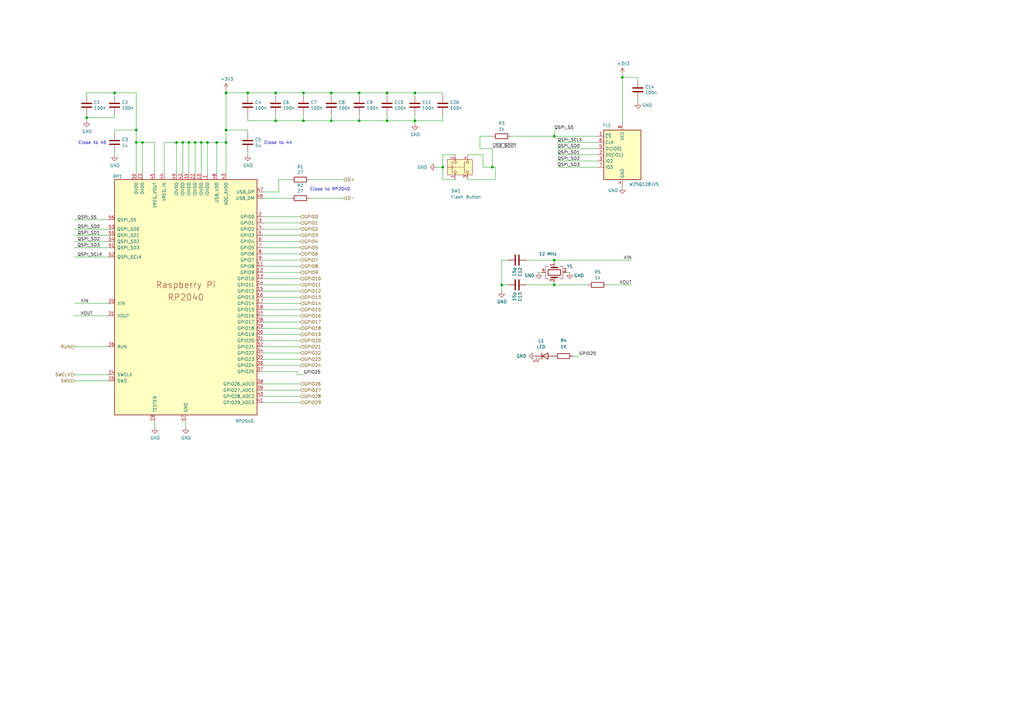
<source format=kicad_sch>
(kicad_sch (version 20231120) (generator "eeschema") (generator_version "8.0")
  (paper "A3")
  (title_block (title "CORE") (date "2024-12-17") (rev "1.0") (company "Mikhail Matveev") (comment 1 "https://github.com/xtremespb/core"))
  (lib_symbols
    (symbol "Device:C" (pin_numbers hide) (pin_names (offset 0.254))
      (property "Reference" "C" (at 0.635 2.54 0))
      (property "Value" "C" (at 0.635 -2.54 0))
      (symbol "C_0_1"
        (polyline (pts (xy -2.032 -0.762) (xy 2.032 -0.762)) (stroke (width 0.508)))
        (polyline (pts (xy -2.032 0.762) (xy 2.032 0.762)) (stroke (width 0.508)))
      )
      (symbol "C_1_1"
        (pin passive line (at 0 3.81 270) (length 2.794) (name "~") (number "1"))
        (pin passive line (at 0 -3.81 90) (length 2.794) (name "~") (number "2"))
      )
    )
    (symbol "Device:Crystal_GND24" (pin_names (offset 1.016) hide)
      (property "Reference" "Y" (at 3.175 5.08 0))
      (property "Value" "Crystal_GND24" (at 3.175 3.175 0))
      (symbol "Crystal_GND24_0_1"
        (rectangle (start -1.143 2.54) (end 1.143 -2.54) (stroke (width 0.3048)))
        (polyline (pts (xy -2.54 0) (xy -2.032 0)))
        (polyline (pts (xy -2.032 -1.27) (xy -2.032 1.27)) (stroke (width 0.508)))
        (polyline (pts (xy 0 -3.81) (xy 0 -3.556)))
        (polyline (pts (xy 0 3.556) (xy 0 3.81)))
        (polyline (pts (xy 2.032 -1.27) (xy 2.032 1.27)) (stroke (width 0.508)))
        (polyline (pts (xy 2.032 0) (xy 2.54 0)))
        (polyline (pts (xy -2.54 -2.286) (xy -2.54 -3.556) (xy 2.54 -3.556) (xy 2.54 -2.286)))
        (polyline (pts (xy -2.54 2.286) (xy -2.54 3.556) (xy 2.54 3.556) (xy 2.54 2.286)))
      )
      (symbol "Crystal_GND24_1_1"
        (pin passive line (at -3.81 0 0) (length 1.27) (name "1") (number "1"))
        (pin passive line (at 0 5.08 270) (length 1.27) (name "2") (number "2"))
        (pin passive line (at 3.81 0 180) (length 1.27) (name "3") (number "3"))
        (pin passive line (at 0 -5.08 90) (length 1.27) (name "4") (number "4"))
      )
    )
    (symbol "Device:LED" (pin_numbers hide) (pin_names (offset 1.016) hide)
      (property "Reference" "D" (at 0 2.54 0))
      (property "Value" "LED" (at 0 -2.54 0))
      (symbol "LED_0_1"
        (polyline (pts (xy -1.27 -1.27) (xy -1.27 1.27)) (stroke (width 0.254)))
        (polyline (pts (xy -1.27 0) (xy 1.27 0)))
        (polyline (pts (xy 1.27 -1.27) (xy 1.27 1.27) (xy -1.27 0) (xy 1.27 -1.27)) (stroke (width 0.254)))
        (polyline (pts (xy -3.048 -0.762) (xy -4.572 -2.286) (xy -3.81 -2.286) (xy -4.572 -2.286) (xy -4.572 -1.524)))
        (polyline (pts (xy -1.778 -0.762) (xy -3.302 -2.286) (xy -2.54 -2.286) (xy -3.302 -2.286) (xy -3.302 -1.524)))
      )
      (symbol "LED_1_1"
        (pin passive line (at -3.81 0 0) (length 2.54) (name "K") (number "1"))
        (pin passive line (at 3.81 0 180) (length 2.54) (name "A") (number "2"))
      )
    )
    (symbol "Device:R" (pin_numbers hide) (pin_names (offset 0))
      (property "Reference" "R" (at 2.032 0 90))
      (property "Value" "R" (at 0 0 90))
      (symbol "R_0_1"
        (rectangle (start -1.016 -2.54) (end 1.016 2.54) (stroke (width 0.254)))
      )
      (symbol "R_1_1"
        (pin passive line (at 0 3.81 270) (length 1.27) (name "~") (number "1"))
        (pin passive line (at 0 -3.81 90) (length 1.27) (name "~") (number "2"))
      )
    )
    (symbol "GND_1" (power) (pin_numbers hide) (pin_names (offset 0) hide)
      (property "Value" "GND" (at 0 -3.81 0))
      (symbol "GND_1_0_1"
        (polyline (pts (xy 0 0) (xy 0 -1.27) (xy 1.27 -1.27) (xy 0 -2.54) (xy -1.27 -1.27) (xy 0 -1.27)))
      )
      (symbol "GND_1_1_1"
        (pin power_in line (at 0 0 270) (length 0) (name "~") (number "1"))
      )
    )
    (symbol "GND_2" (power) (pin_numbers hide) (pin_names (offset 0) hide)
      (property "Value" "GND" (at 0 -3.81 0))
      (symbol "GND_2_0_1"
        (polyline (pts (xy 0 0) (xy 0 -1.27) (xy 1.27 -1.27) (xy 0 -2.54) (xy -1.27 -1.27) (xy 0 -1.27)))
      )
      (symbol "GND_2_1_1"
        (pin power_in line (at 0 0 270) (length 0) (name "~") (number "1"))
      )
    )
    (symbol "MCU_RaspberryPi_RP2040:RP2040" (pin_names (offset 1.016))
      (property "Reference" "U" (at -29.21 49.53 0))
      (property "Value" "RP2040" (at 24.13 -49.53 0))
      (symbol "RP2040_0_0"
        (text "Raspberry Pi" (at 0 5.08 0) (effects (font (size 2.54 2.54))))
        (text "RP2040" (at 0 0 0) (effects (font (size 2.54 2.54))))
      )
      (symbol "RP2040_0_1"
        (rectangle (start 29.21 48.26) (end -29.21 -48.26) (stroke (width 0.254)) (fill (type background)))
      )
      (symbol "RP2040_1_1"
        (pin power_in line (at 8.89 50.8 270) (length 2.54) (name "IOVDD") (number "1"))
        (pin power_in line (at 6.35 50.8 270) (length 2.54) (name "IOVDD") (number "10"))
        (pin bidirectional line (at 31.75 12.7 180) (length 2.54) (name "GPIO8") (number "11"))
        (pin bidirectional line (at 31.75 10.16 180) (length 2.54) (name "GPIO9") (number "12"))
        (pin bidirectional line (at 31.75 7.62 180) (length 2.54) (name "GPIO10") (number "13"))
        (pin bidirectional line (at 31.75 5.08 180) (length 2.54) (name "GPIO11") (number "14"))
        (pin bidirectional line (at 31.75 2.54 180) (length 2.54) (name "GPIO12") (number "15"))
        (pin bidirectional line (at 31.75 0 180) (length 2.54) (name "GPIO13") (number "16"))
        (pin bidirectional line (at 31.75 -2.54 180) (length 2.54) (name "GPIO14") (number "17"))
        (pin bidirectional line (at 31.75 -5.08 180) (length 2.54) (name "GPIO15") (number "18"))
        (pin passive line (at -12.7 -50.8 90) (length 2.54) (name "TESTEN") (number "19"))
        (pin bidirectional line (at 31.75 33.02 180) (length 2.54) (name "GPIO0") (number "2"))
        (pin input line (at -31.75 -2.54 0) (length 2.54) (name "XIN") (number "20"))
        (pin passive line (at -31.75 -7.62 0) (length 2.54) (name "XOUT") (number "21"))
        (pin power_in line (at 3.81 50.8 270) (length 2.54) (name "IOVDD") (number "22"))
        (pin power_in line (at -17.78 50.8 270) (length 2.54) (name "DVDD") (number "23"))
        (pin output line (at -31.75 -31.75 0) (length 2.54) (name "SWCLK") (number "24"))
        (pin bidirectional line (at -31.75 -34.29 0) (length 2.54) (name "SWD") (number "25"))
        (pin input line (at -31.75 -20.32 0) (length 2.54) (name "RUN") (number "26"))
        (pin bidirectional line (at 31.75 -7.62 180) (length 2.54) (name "GPIO16") (number "27"))
        (pin bidirectional line (at 31.75 -10.16 180) (length 2.54) (name "GPIO17") (number "28"))
        (pin bidirectional line (at 31.75 -12.7 180) (length 2.54) (name "GPIO18") (number "29"))
        (pin bidirectional line (at 31.75 30.48 180) (length 2.54) (name "GPIO1") (number "3"))
        (pin bidirectional line (at 31.75 -15.24 180) (length 2.54) (name "GPIO19") (number "30"))
        (pin bidirectional line (at 31.75 -17.78 180) (length 2.54) (name "GPIO20") (number "31"))
        (pin bidirectional line (at 31.75 -20.32 180) (length 2.54) (name "GPIO21") (number "32"))
        (pin power_in line (at 1.27 50.8 270) (length 2.54) (name "IOVDD") (number "33"))
        (pin bidirectional line (at 31.75 -22.86 180) (length 2.54) (name "GPIO22") (number "34"))
        (pin bidirectional line (at 31.75 -25.4 180) (length 2.54) (name "GPIO23") (number "35"))
        (pin bidirectional line (at 31.75 -27.94 180) (length 2.54) (name "GPIO24") (number "36"))
        (pin bidirectional line (at 31.75 -30.48 180) (length 2.54) (name "GPIO25") (number "37"))
        (pin bidirectional line (at 31.75 -35.56 180) (length 2.54) (name "GPIO26_ADC0") (number "38"))
        (pin bidirectional line (at 31.75 -38.1 180) (length 2.54) (name "GPIO27_ADC1") (number "39"))
        (pin bidirectional line (at 31.75 27.94 180) (length 2.54) (name "GPIO2") (number "4"))
        (pin bidirectional line (at 31.75 -40.64 180) (length 2.54) (name "GPIO28_ADC2") (number "40"))
        (pin bidirectional line (at 31.75 -43.18 180) (length 2.54) (name "GPIO29_ADC3") (number "41"))
        (pin power_in line (at -1.27 50.8 270) (length 2.54) (name "IOVDD") (number "42"))
        (pin power_in line (at 16.51 50.8 270) (length 2.54) (name "ADC_AVDD") (number "43"))
        (pin power_in line (at -8.89 50.8 270) (length 2.54) (name "VREG_IN") (number "44"))
        (pin power_out line (at -12.7 50.8 270) (length 2.54) (name "VREG_VOUT") (number "45"))
        (pin bidirectional line (at 31.75 40.64 180) (length 2.54) (name "USB_DM") (number "46"))
        (pin bidirectional line (at 31.75 43.18 180) (length 2.54) (name "USB_DP") (number "47"))
        (pin power_in line (at 12.7 50.8 270) (length 2.54) (name "USB_VDD") (number "48"))
        (pin power_in line (at -3.81 50.8 270) (length 2.54) (name "IOVDD") (number "49"))
        (pin bidirectional line (at 31.75 25.4 180) (length 2.54) (name "GPIO3") (number "5"))
        (pin power_in line (at -20.32 50.8 270) (length 2.54) (name "DVDD") (number "50"))
        (pin bidirectional line (at -31.75 20.32 0) (length 2.54) (name "QSPI_SD3") (number "51"))
        (pin output line (at -31.75 16.51 0) (length 2.54) (name "QSPI_SCLK") (number "52"))
        (pin bidirectional line (at -31.75 27.94 0) (length 2.54) (name "QSPI_SD0") (number "53"))
        (pin bidirectional line (at -31.75 22.86 0) (length 2.54) (name "QSPI_SD2") (number "54"))
        (pin bidirectional line (at -31.75 25.4 0) (length 2.54) (name "QSPI_SD1") (number "55"))
        (pin bidirectional line (at -31.75 31.75 0) (length 2.54) (name "QSPI_SS") (number "56"))
        (pin power_in line (at 0 -50.8 90) (length 2.54) (name "GND") (number "57"))
        (pin bidirectional line (at 31.75 22.86 180) (length 2.54) (name "GPIO4") (number "6"))
        (pin bidirectional line (at 31.75 20.32 180) (length 2.54) (name "GPIO5") (number "7"))
        (pin bidirectional line (at 31.75 17.78 180) (length 2.54) (name "GPIO6") (number "8"))
        (pin bidirectional line (at 31.75 15.24 180) (length 2.54) (name "GPIO7") (number "9"))
      )
    )
    (symbol "Memory_Flash:W25Q128JVS"
      (property "Reference" "U" (at -8.89 8.89 0))
      (property "Value" "W25Q128JVS" (at 7.62 8.89 0))
      (symbol "W25Q128JVS_0_1"
        (rectangle (start -7.62 10.16) (end 7.62 -10.16) (stroke (width 0.254)) (fill (type background)))
      )
      (symbol "W25Q128JVS_1_1"
        (pin input line (at -10.16 7.62 0) (length 2.54) (name "~{CS}") (number "1"))
        (pin bidirectional line (at -10.16 0 0) (length 2.54) (name "DO(IO1)") (number "2"))
        (pin bidirectional line (at -10.16 -2.54 0) (length 2.54) (name "IO2") (number "3"))
        (pin power_in line (at 0 -12.7 90) (length 2.54) (name "GND") (number "4"))
        (pin bidirectional line (at -10.16 2.54 0) (length 2.54) (name "DI(IO0)") (number "5"))
        (pin input line (at -10.16 5.08 0) (length 2.54) (name "CLK") (number "6"))
        (pin bidirectional line (at -10.16 -5.08 0) (length 2.54) (name "IO3") (number "7"))
        (pin power_in line (at 0 12.7 270) (length 2.54) (name "VCC") (number "8"))
      )
    )
    (symbol "Switch:SW_Push_Dual" (pin_names (offset 1.016) hide)
      (property "Reference" "SW" (at 0 7.62 0))
      (property "Value" "SW_Push_Dual" (at 0 -6.35 0))
      (symbol "SW_Push_Dual_0_1"
        (circle (center -2.032 -2.54) (radius 0.508))
        (circle (center -2.032 2.54) (radius 0.508))
        (polyline (pts (xy 0 -0.508) (xy 0 -1.016)))
        (polyline (pts (xy 0 0.508) (xy 0 0)))
        (polyline (pts (xy 0 1.016) (xy 0 1.524)))
        (polyline (pts (xy 0 2.032) (xy 0 2.54)))
        (polyline (pts (xy 0 3.048) (xy 0 3.556)))
        (polyline (pts (xy 0 3.81) (xy 0 5.588)))
        (polyline (pts (xy 2.54 -1.27) (xy -2.54 -1.27)))
        (polyline (pts (xy 2.54 3.81) (xy -2.54 3.81)))
        (circle (center 2.032 -2.54) (radius 0.508))
        (circle (center 2.032 2.54) (radius 0.508))
        (pin passive line (at -5.08 2.54 0) (length 2.54) (name "1") (number "1"))
        (pin passive line (at 5.08 2.54 180) (length 2.54) (name "2") (number "2"))
        (pin passive line (at -5.08 -2.54 0) (length 2.54) (name "3") (number "3"))
        (pin passive line (at 5.08 -2.54 180) (length 2.54) (name "4") (number "4"))
      )
      (symbol "SW_Push_Dual_1_1"
        (rectangle (start -3.175 5.715) (end 3.175 -4.445) (fill (type background)))
      )
    )
    (symbol "power:+3V3" (power) (pin_names (offset 0))
      (property "Value" "+3V3" (at 0 3.556 0))
      (symbol "+3V3_0_1"
        (polyline (pts (xy -0.762 1.27) (xy 0 2.54)))
        (polyline (pts (xy 0 0) (xy 0 2.54)))
        (polyline (pts (xy 0 2.54) (xy 0.762 1.27)))
      )
      (symbol "+3V3_1_1"
        (pin power_in line (at 0 0 90) (length 0) hide (name "+3V3") (number "1"))
      )
    )
    (symbol "power:GND" (power) (pin_names (offset 0))
      (property "Value" "GND" (at 0 -3.81 0))
      (symbol "GND_0_1"
        (polyline (pts (xy 0 0) (xy 0 -1.27) (xy 1.27 -1.27) (xy 0 -2.54) (xy -1.27 -1.27) (xy 0 -1.27)))
      )
      (symbol "GND_1_1"
        (pin power_in line (at 0 0 270) (length 0) hide (name "GND") (number "1"))
      )
    )
  )
  (junction (at 58.42 58.42))
  (junction (at 205.74 116.84))
  (junction (at 113.03 49.53))
  (junction (at 88.9 58.42))
  (junction (at 101.6 38.1))
  (junction (at 158.75 49.53))
  (junction (at 72.39 58.42))
  (junction (at 170.18 38.1))
  (junction (at 82.55 58.42))
  (junction (at 92.71 53.34))
  (junction (at 170.18 49.53))
  (junction (at 35.56 48.26))
  (junction (at 147.32 49.53))
  (junction (at 80.01 58.42))
  (junction (at 135.89 38.1))
  (junction (at 55.88 53.34))
  (junction (at 113.03 38.1))
  (junction (at 46.99 38.1))
  (junction (at 227.33 55.88))
  (junction (at 135.89 49.53))
  (junction (at 92.71 38.1))
  (junction (at 85.09 58.42))
  (junction (at 74.93 58.42))
  (junction (at 227.33 116.84))
  (junction (at 158.75 38.1))
  (junction (at 124.46 38.1))
  (junction (at 92.71 58.42))
  (junction (at 55.88 58.42))
  (junction (at 77.47 58.42))
  (junction (at 255.27 31.75))
  (junction (at 201.93 68.58))
  (junction (at 227.33 106.68))
  (junction (at 124.46 49.53))
  (junction (at 147.32 38.1))
  (junction (at 181.61 68.58))
  (wire (pts (xy 58.42 58.42) (xy 55.88 58.42)))
  (wire (pts (xy 245.11 60.96) (xy 228.6 60.96)))
  (wire (pts (xy 127 73.66) (xy 140.97 73.66)))
  (wire (pts (xy 107.95 104.14) (xy 123.19 104.14)))
  (wire (pts (xy 181.61 63.5) (xy 181.61 68.58)))
  (wire (pts (xy 121.92 152.4) (xy 107.95 152.4)))
  (wire (pts (xy 46.99 48.26) (xy 46.99 46.99)))
  (wire (pts (xy 170.18 46.99) (xy 170.18 49.53)))
  (wire (pts (xy 196.85 60.96) (xy 196.85 55.88)))
  (wire (pts (xy 255.27 31.75) (xy 255.27 50.8)))
  (wire (pts (xy 114.3 73.66) (xy 114.3 78.74)))
  (wire (pts (xy 82.55 58.42) (xy 85.09 58.42)))
  (wire (pts (xy 158.75 39.37) (xy 158.75 38.1)))
  (wire (pts (xy 92.71 38.1) (xy 101.6 38.1)))
  (wire (pts (xy 101.6 46.99) (xy 101.6 49.53)))
  (wire (pts (xy 101.6 39.37) (xy 101.6 38.1)))
  (wire (pts (xy 67.31 58.42) (xy 72.39 58.42)))
  (wire (pts (xy 205.74 106.68) (xy 205.74 116.84)))
  (wire (pts (xy 261.62 40.64) (xy 261.62 41.91)))
  (wire (pts (xy 181.61 39.37) (xy 181.61 38.1)))
  (wire (pts (xy 107.95 142.24) (xy 123.19 142.24)))
  (wire (pts (xy 107.95 160.02) (xy 123.19 160.02)))
  (wire (pts (xy 113.03 39.37) (xy 113.03 38.1)))
  (wire (pts (xy 261.62 33.02) (xy 261.62 31.75)))
  (wire (pts (xy 101.6 62.23) (xy 101.6 63.5)))
  (wire (pts (xy 80.01 58.42) (xy 82.55 58.42)))
  (wire (pts (xy 215.9 106.68) (xy 227.33 106.68)))
  (wire (pts (xy 92.71 58.42) (xy 92.71 71.12)))
  (wire (pts (xy 63.5 71.12) (xy 63.5 58.42)))
  (wire (pts (xy 30.48 99.06) (xy 44.45 99.06)))
  (wire (pts (xy 107.95 165.1) (xy 123.19 165.1)))
  (wire (pts (xy 201.93 68.58) (xy 201.93 60.96)))
  (wire (pts (xy 113.03 46.99) (xy 113.03 49.53)))
  (wire (pts (xy 46.99 39.37) (xy 46.99 38.1)))
  (wire (pts (xy 227.33 55.88) (xy 245.11 55.88)))
  (wire (pts (xy 107.95 127) (xy 123.19 127)))
  (wire (pts (xy 196.85 55.88) (xy 201.93 55.88)))
  (wire (pts (xy 30.48 124.46) (xy 44.45 124.46)))
  (wire (pts (xy 107.95 96.52) (xy 123.19 96.52)))
  (wire (pts (xy 181.61 46.99) (xy 181.61 49.53)))
  (wire (pts (xy 201.93 68.58) (xy 203.2 68.58)))
  (wire (pts (xy 208.28 106.68) (xy 205.74 106.68)))
  (wire (pts (xy 46.99 62.23) (xy 46.99 63.5)))
  (wire (pts (xy 107.95 101.6) (xy 123.19 101.6)))
  (wire (pts (xy 46.99 54.61) (xy 46.99 53.34)))
  (wire (pts (xy 92.71 53.34) (xy 92.71 58.42)))
  (wire (pts (xy 92.71 38.1) (xy 92.71 53.34)))
  (wire (pts (xy 127 81.28) (xy 140.97 81.28)))
  (wire (pts (xy 101.6 54.61) (xy 101.6 53.34)))
  (wire (pts (xy 88.9 71.12) (xy 88.9 58.42)))
  (wire (pts (xy 158.75 46.99) (xy 158.75 49.53)))
  (wire (pts (xy 55.88 53.34) (xy 55.88 58.42)))
  (wire (pts (xy 44.45 129.54) (xy 30.48 129.54)))
  (wire (pts (xy 191.77 63.5) (xy 198.12 63.5)))
  (wire (pts (xy 44.45 153.67) (xy 30.48 153.67)))
  (wire (pts (xy 107.95 124.46) (xy 123.19 124.46)))
  (wire (pts (xy 215.9 116.84) (xy 227.33 116.84)))
  (wire (pts (xy 107.95 139.7) (xy 123.19 139.7)))
  (wire (pts (xy 147.32 49.53) (xy 135.89 49.53)))
  (wire (pts (xy 72.39 58.42) (xy 74.93 58.42)))
  (wire (pts (xy 245.11 68.58) (xy 228.6 68.58)))
  (wire (pts (xy 101.6 38.1) (xy 113.03 38.1)))
  (wire (pts (xy 220.98 111.76) (xy 222.25 111.76)))
  (wire (pts (xy 228.6 58.42) (xy 245.11 58.42)))
  (wire (pts (xy 107.95 162.56) (xy 123.19 162.56)))
  (wire (pts (xy 181.61 63.5) (xy 186.69 63.5)))
  (wire (pts (xy 67.31 71.12) (xy 67.31 58.42)))
  (wire (pts (xy 88.9 58.42) (xy 92.71 58.42)))
  (wire (pts (xy 46.99 53.34) (xy 55.88 53.34)))
  (wire (pts (xy 209.55 55.88) (xy 227.33 55.88)))
  (wire (pts (xy 35.56 46.99) (xy 35.56 48.26)))
  (wire (pts (xy 135.89 38.1) (xy 147.32 38.1)))
  (wire (pts (xy 107.95 99.06) (xy 123.19 99.06)))
  (wire (pts (xy 107.95 114.3) (xy 123.19 114.3)))
  (wire (pts (xy 147.32 38.1) (xy 158.75 38.1)))
  (wire (pts (xy 227.33 115.57) (xy 227.33 116.84)))
  (wire (pts (xy 55.88 38.1) (xy 55.88 53.34)))
  (wire (pts (xy 245.11 63.5) (xy 228.6 63.5)))
  (wire (pts (xy 170.18 38.1) (xy 181.61 38.1)))
  (wire (pts (xy 208.28 116.84) (xy 205.74 116.84)))
  (wire (pts (xy 191.77 73.66) (xy 203.2 73.66)))
  (wire (pts (xy 227.33 107.95) (xy 227.33 106.68)))
  (wire (pts (xy 114.3 73.66) (xy 119.38 73.66)))
  (wire (pts (xy 30.48 101.6) (xy 44.45 101.6)))
  (wire (pts (xy 107.95 147.32) (xy 123.19 147.32)))
  (wire (pts (xy 203.2 68.58) (xy 203.2 73.66)))
  (wire (pts (xy 107.95 129.54) (xy 123.19 129.54)))
  (wire (pts (xy 80.01 71.12) (xy 80.01 58.42)))
  (wire (pts (xy 147.32 46.99) (xy 147.32 49.53)))
  (wire (pts (xy 72.39 71.12) (xy 72.39 58.42)))
  (wire (pts (xy 30.48 93.98) (xy 44.45 93.98)))
  (wire (pts (xy 198.12 68.58) (xy 198.12 63.5)))
  (wire (pts (xy 107.95 106.68) (xy 123.19 106.68)))
  (wire (pts (xy 255.27 76.835) (xy 255.27 76.2)))
  (wire (pts (xy 227.33 106.68) (xy 259.08 106.68)))
  (wire (pts (xy 181.61 73.66) (xy 186.69 73.66)))
  (wire (pts (xy 158.75 38.1) (xy 170.18 38.1)))
  (wire (pts (xy 113.03 38.1) (xy 124.46 38.1)))
  (wire (pts (xy 63.5 172.72) (xy 63.5 175.26)))
  (wire (pts (xy 107.95 132.08) (xy 123.19 132.08)))
  (wire (pts (xy 234.95 146.05) (xy 237.49 146.05)))
  (wire (pts (xy 248.92 116.84) (xy 259.08 116.84)))
  (wire (pts (xy 107.95 116.84) (xy 123.19 116.84)))
  (wire (pts (xy 107.95 78.74) (xy 114.3 78.74)))
  (wire (pts (xy 124.46 46.99) (xy 124.46 49.53)))
  (wire (pts (xy 255.27 30.48) (xy 255.27 31.75)))
  (wire (pts (xy 147.32 39.37) (xy 147.32 38.1)))
  (wire (pts (xy 227.33 116.84) (xy 241.3 116.84)))
  (wire (pts (xy 107.95 81.28) (xy 119.38 81.28)))
  (wire (pts (xy 35.56 48.26) (xy 46.99 48.26)))
  (wire (pts (xy 124.46 39.37) (xy 124.46 38.1)))
  (wire (pts (xy 107.95 91.44) (xy 123.19 91.44)))
  (wire (pts (xy 158.75 49.53) (xy 147.32 49.53)))
  (wire (pts (xy 92.71 53.34) (xy 101.6 53.34)))
  (wire (pts (xy 205.74 116.84) (xy 205.74 119.38)))
  (wire (pts (xy 170.18 49.53) (xy 181.61 49.53)))
  (wire (pts (xy 55.88 58.42) (xy 55.88 71.12)))
  (wire (pts (xy 201.93 60.96) (xy 196.85 60.96)))
  (wire (pts (xy 44.45 142.24) (xy 30.48 142.24)))
  (wire (pts (xy 44.45 156.21) (xy 30.48 156.21)))
  (wire (pts (xy 170.18 39.37) (xy 170.18 38.1)))
  (wire (pts (xy 85.09 58.42) (xy 88.9 58.42)))
  (wire (pts (xy 121.92 153.67) (xy 124.46 153.67)))
  (wire (pts (xy 107.95 119.38) (xy 123.19 119.38)))
  (wire (pts (xy 135.89 46.99) (xy 135.89 49.53)))
  (wire (pts (xy 113.03 49.53) (xy 101.6 49.53)))
  (wire (pts (xy 63.5 58.42) (xy 58.42 58.42)))
  (wire (pts (xy 135.89 39.37) (xy 135.89 38.1)))
  (wire (pts (xy 245.11 66.04) (xy 228.6 66.04)))
  (wire (pts (xy 124.46 38.1) (xy 135.89 38.1)))
  (wire (pts (xy 107.95 93.98) (xy 123.19 93.98)))
  (wire (pts (xy 198.12 68.58) (xy 201.93 68.58)))
  (wire (pts (xy 135.89 49.53) (xy 124.46 49.53)))
  (wire (pts (xy 92.71 36.83) (xy 92.71 38.1)))
  (wire (pts (xy 121.92 153.67) (xy 121.92 152.4)))
  (wire (pts (xy 232.41 111.76) (xy 233.68 111.76)))
  (wire (pts (xy 107.95 121.92) (xy 123.19 121.92)))
  (wire (pts (xy 227.33 53.34) (xy 227.33 55.88)))
  (wire (pts (xy 124.46 49.53) (xy 113.03 49.53)))
  (wire (pts (xy 77.47 58.42) (xy 80.01 58.42)))
  (wire (pts (xy 46.99 38.1) (xy 55.88 38.1)))
  (wire (pts (xy 107.95 111.76) (xy 123.19 111.76)))
  (wire (pts (xy 30.48 96.52) (xy 44.45 96.52)))
  (wire (pts (xy 85.09 58.42) (xy 85.09 71.12)))
  (wire (pts (xy 181.61 68.58) (xy 181.61 73.66)))
  (wire (pts (xy 107.95 137.16) (xy 123.19 137.16)))
  (wire (pts (xy 35.56 38.1) (xy 46.99 38.1)))
  (wire (pts (xy 35.56 39.37) (xy 35.56 38.1)))
  (wire (pts (xy 35.56 48.26) (xy 35.56 49.53)))
  (wire (pts (xy 158.75 49.53) (xy 170.18 49.53)))
  (wire (pts (xy 74.93 71.12) (xy 74.93 58.42)))
  (wire (pts (xy 179.07 68.58) (xy 181.61 68.58)))
  (wire (pts (xy 76.2 172.72) (xy 76.2 175.26)))
  (wire (pts (xy 44.45 105.41) (xy 30.48 105.41)))
  (wire (pts (xy 74.93 58.42) (xy 77.47 58.42)))
  (wire (pts (xy 170.18 49.53) (xy 170.18 50.8)))
  (wire (pts (xy 44.45 90.17) (xy 30.48 90.17)))
  (wire (pts (xy 107.95 134.62) (xy 123.19 134.62)))
  (wire (pts (xy 107.95 109.22) (xy 123.19 109.22)))
  (wire (pts (xy 77.47 71.12) (xy 77.47 58.42)))
  (wire (pts (xy 58.42 71.12) (xy 58.42 58.42)))
  (wire (pts (xy 107.95 157.48) (xy 123.19 157.48)))
  (wire (pts (xy 107.95 149.86) (xy 123.19 149.86)))
  (wire (pts (xy 261.62 31.75) (xy 255.27 31.75)))
  (wire (pts (xy 107.95 88.9) (xy 123.19 88.9)))
  (wire (pts (xy 82.55 71.12) (xy 82.55 58.42)))
  (wire (pts (xy 107.95 144.78) (xy 123.19 144.78)))
  (text "Close to 44" (at 114.046 58.674 0) (effects (font (size 1.27 1.27))))
  (text "Close to RP2040" (at 135.382 77.724 0) (effects (font (size 1.27 1.27))))
  (text "Close to 45" (at 37.846 58.674 0) (effects (font (size 1.27 1.27))))
  (label "QSPI_SD2" (at 228.6 66.04 0))
  (label "QSPI_SCLK" (at 31.75 105.41 0))
  (label "QSPI_SD0" (at 31.75 93.98 0))
  (label "QSPI_SS" (at 227.33 53.34 0))
  (label "XIN" (at 33.02 124.46 0))
  (label "QSPI_SCLK" (at 228.6 58.42 0))
  (label "QSPI_SD1" (at 31.75 96.52 0))
  (label "QSPI_SD3" (at 31.75 101.6 0))
  (label "GPIO25" (at 237.49 146.05 0))
  (label "XIN" (at 259.08 106.68 180))
  (label "GPIO25" (at 124.46 153.67 0))
  (label "~{USB_BOOT}" (at 201.93 60.96 0))
  (label "QSPI_SD0" (at 228.6 60.96 0))
  (label "XOUT" (at 259.08 116.84 180))
  (label "XOUT" (at 33.02 129.54 0))
  (label "QSPI_SD1" (at 228.6 63.5 0))
  (label "QSPI_SD3" (at 228.6 68.58 0))
  (label "QSPI_SD2" (at 31.75 99.06 0))
  (label "QSPI_SS" (at 31.75 90.17 0))
  (hierarchical_label "GPIO18" (shape input) (at 123.19 134.62 0))
  (hierarchical_label "GPIO29" (shape input) (at 123.19 165.1 0))
  (hierarchical_label "GPIO3" (shape input) (at 123.19 96.52 0))
  (hierarchical_label "GPIO15" (shape input) (at 123.19 127 0))
  (hierarchical_label "GPIO21" (shape input) (at 123.19 142.24 0))
  (hierarchical_label "GPIO16" (shape input) (at 123.19 129.54 0))
  (hierarchical_label "GPIO1" (shape input) (at 123.19 91.44 0))
  (hierarchical_label "D-" (shape input) (at 140.97 81.28 0))
  (hierarchical_label "GPIO11" (shape input) (at 123.19 116.84 0))
  (hierarchical_label "GPIO27" (shape input) (at 123.19 160.02 0))
  (hierarchical_label "D+" (shape input) (at 140.97 73.66 0))
  (hierarchical_label "GPIO20" (shape input) (at 123.19 139.7 0))
  (hierarchical_label "GPIO14" (shape input) (at 123.19 124.46 0))
  (hierarchical_label "GPIO8" (shape input) (at 123.19 109.22 0))
  (hierarchical_label "GPIO26" (shape input) (at 123.19 157.48 0))
  (hierarchical_label "GPIO22" (shape input) (at 123.19 144.78 0))
  (hierarchical_label "GPIO4" (shape input) (at 123.19 99.06 0))
  (hierarchical_label "GPIO7" (shape input) (at 123.19 106.68 0))
  (hierarchical_label "GPIO10" (shape input) (at 123.19 114.3 0))
  (hierarchical_label "SWD" (shape input) (at 30.48 156.21 180))
  (hierarchical_label "GPIO28" (shape input) (at 123.19 162.56 0))
  (hierarchical_label "RUN" (shape input) (at 30.48 142.24 180))
  (hierarchical_label "GPIO23" (shape input) (at 123.19 147.32 0))
  (hierarchical_label "GPIO0" (shape input) (at 123.19 88.9 0))
  (hierarchical_label "GPIO5" (shape input) (at 123.19 101.6 0))
  (hierarchical_label "SWCLK" (shape input) (at 30.48 153.67 180))
  (hierarchical_label "GPIO13" (shape input) (at 123.19 121.92 0))
  (hierarchical_label "GPIO6" (shape input) (at 123.19 104.14 0))
  (hierarchical_label "GPIO2" (shape input) (at 123.19 93.98 0))
  (hierarchical_label "GPIO17" (shape input) (at 123.19 132.08 0))
  (hierarchical_label "GPIO12" (shape input) (at 123.19 119.38 0))
  (hierarchical_label "GPIO9" (shape input) (at 123.19 111.76 0))
  (hierarchical_label "GPIO24" (shape input) (at 123.19 149.86 0))
  (hierarchical_label "GPIO19" (shape input) (at 123.19 137.16 0))
  (symbol (lib_id "Device:C") (at 46.99 43.18 0) (unit 1)
    (property "Reference" "C2" (at 49.911 42.0116 0) (effects (justify left)))
    (property "Value" "100n" (at 49.911 44.323 0) (effects (justify left)))
    (property "Footprint" "LIBS:Medved_C_0805" (effects (hide yes)))
  )
  (symbol (lib_id "MCU_RaspberryPi_RP2040:RP2040") (at 76.2 121.92 0) (unit 1)
    (property "Reference" "RP1" (at 48.26 72.39 0))
    (property "Value" "RP2040" (at 100.33 172.72 0))
    (property "Footprint" "LIBS:RP2040-QFN-56" (effects (hide yes)))
  )
  (symbol (lib_id "Device:R") (at 231.14 146.05 90) (unit 1)
    (property "Reference" "R4" (at 231.14 139.7 90))
    (property "Value" "1K" (at 231.14 142.24 90))
    (property "Footprint" "LIBS:Medved_R_0805" (effects (hide yes)))
    (property "Description" "Resistor" (effects (hide yes)))
  )
  (symbol (lib_id "Device:Crystal_GND24") (at 227.33 111.76 270) (unit 1)
    (property "Reference" "Y1" (at 232.41 109.22 90) (effects (justify left)))
    (property "Value" "12 MHz" (at 220.98 104.14 90) (effects (justify left)))
    (property "Footprint" "LIBS:Medved_CRYSTAL_3225" (effects (hide yes)))
    (property "Description" "ABM8-272-T3" (effects (hide yes)))
  )
  (symbol (lib_id "power:+3V3") (at 92.71 36.83 0) (unit 1)
    (property "Reference" "#PWR05" (effects (hide yes)))
    (property "Value" "+3V3" (at 93.091 32.4358 0))
  )
  (symbol (lib_id "Memory_Flash:W25Q128JVS") (at 255.27 63.5 0) (unit 1)
    (property "Reference" "FL1" (at 248.92 51.435 0))
    (property "Value" "W25Q128JVS" (at 264.16 75.565 0))
    (property "Footprint" "LIBS:Medved_SOIC-8_5.23x5.23mm_P1.27mm" (effects (hide yes)))
    (property "Datasheet" "http://www.winbond.com/resource-files/w25q128jv_dtr%20revc%2003272018%20plus.pdf" (effects (hide yes)))
  )
  (symbol (lib_id "Device:C") (at 135.89 43.18 0) (unit 1)
    (property "Reference" "C8" (at 138.811 42.0116 0) (effects (justify left)))
    (property "Value" "100n" (at 138.811 44.323 0) (effects (justify left)))
    (property "Footprint" "LIBS:Medved_C_0805" (effects (hide yes)))
  )
  (symbol (lib_name "GND_2") (lib_id "power:GND") (at 219.71 146.05 270) (unit 1)
    (property "Reference" "#PWR010" (effects (hide yes)))
    (property "Value" "GND" (at 215.9 146.0499 90) (effects (justify right)))
    (property "Description" "Power symbol creates a global label with name \"GND\" , ground" (effects (hide yes)))
  )
  (symbol (lib_id "Device:R") (at 123.19 81.28 270) (unit 1)
    (property "Reference" "R2" (at 123.19 76.0222 90))
    (property "Value" "27" (at 123.19 78.3336 90))
    (property "Footprint" "LIBS:Medved_R_0805" (effects (hide yes)))
  )
  (symbol (lib_id "Device:R") (at 123.19 73.66 270) (unit 1)
    (property "Reference" "R1" (at 123.19 68.4022 90))
    (property "Value" "27" (at 123.19 70.7136 90))
    (property "Footprint" "LIBS:Medved_R_0805" (effects (hide yes)))
  )
  (symbol (lib_id "power:GND") (at 46.99 63.5 0) (unit 1)
    (property "Reference" "#PWR02" (effects (hide yes)))
    (property "Value" "GND" (at 47.117 67.8942 0))
  )
  (symbol (lib_id "power:+3V3") (at 255.27 30.48 0) (unit 1)
    (property "Reference" "#PWR013" (effects (hide yes)))
    (property "Value" "+3V3" (at 255.651 26.0858 0))
  )
  (symbol (lib_id "Switch:SW_Push_Dual") (at 189.23 68.58 90) (unit 1)
    (property "Reference" "SW1" (at 184.912 78.232 90) (effects (justify right)))
    (property "Value" "Flash Button" (at 184.912 80.772 90) (effects (justify right)))
    (property "Footprint" "LIBS:Button_SMD_3x3x2" (effects (hide yes)))
    (property "Description" "Push button switch, generic, symbol, four pins" (effects (hide yes)))
  )
  (symbol (lib_id "Device:R") (at 245.11 116.84 270) (unit 1)
    (property "Reference" "R5" (at 245.11 111.5822 90))
    (property "Value" "1k" (at 245.11 113.8936 90))
    (property "Footprint" "LIBS:Medved_R_0805" (effects (hide yes)))
  )
  (symbol (lib_id "power:GND") (at 76.2 175.26 0) (unit 1)
    (property "Reference" "#PWR04" (effects (hide yes)))
    (property "Value" "GND" (at 76.327 179.6542 0))
  )
  (symbol (lib_id "Device:C") (at 35.56 43.18 0) (unit 1)
    (property "Reference" "C1" (at 38.481 42.0116 0) (effects (justify left)))
    (property "Value" "100n" (at 38.481 44.323 0) (effects (justify left)))
    (property "Footprint" "LIBS:Medved_C_0805" (effects (hide yes)))
  )
  (symbol (lib_id "power:GND") (at 255.27 76.835 0) (unit 1)
    (property "Reference" "#PWR014" (effects (hide yes)))
    (property "Value" "GND" (at 251.46 78.105 0))
  )
  (symbol (lib_id "power:GND") (at 220.98 111.76 0) (unit 1)
    (property "Reference" "#PWR011" (effects (hide yes)))
    (property "Value" "GND" (at 217.17 113.03 0))
  )
  (symbol (lib_id "power:GND") (at 35.56 49.53 0) (unit 1)
    (property "Reference" "#PWR01" (effects (hide yes)))
    (property "Value" "GND" (at 35.687 53.9242 0))
  )
  (symbol (lib_id "Device:C") (at 101.6 43.18 0) (unit 1)
    (property "Reference" "C4" (at 104.521 42.0116 0) (effects (justify left)))
    (property "Value" "100n" (at 104.521 44.323 0) (effects (justify left)))
    (property "Footprint" "LIBS:Medved_C_0805" (effects (hide yes)))
  )
  (symbol (lib_id "power:GND") (at 233.68 111.76 0) (unit 1)
    (property "Reference" "#PWR012" (effects (hide yes)))
    (property "Value" "GND" (at 237.49 113.03 0))
  )
  (symbol (lib_id "power:GND") (at 261.62 41.91 0) (unit 1)
    (property "Reference" "#PWR015" (effects (hide yes)))
    (property "Value" "GND" (at 265.43 43.18 0))
  )
  (symbol (lib_id "Device:C") (at 113.03 43.18 0) (unit 1)
    (property "Reference" "C6" (at 115.951 42.0116 0) (effects (justify left)))
    (property "Value" "100n" (at 115.951 44.323 0) (effects (justify left)))
    (property "Footprint" "LIBS:Medved_C_0805" (effects (hide yes)))
  )
  (symbol (lib_id "Device:C") (at 101.6 58.42 0) (unit 1)
    (property "Reference" "C5" (at 104.521 57.2516 0) (effects (justify left)))
    (property "Value" "1u" (at 104.521 59.563 0) (effects (justify left)))
    (property "Footprint" "LIBS:Medved_C_0805" (effects (hide yes)))
  )
  (symbol (lib_id "Device:C") (at 261.62 36.83 0) (unit 1)
    (property "Reference" "C14" (at 264.541 35.6616 0) (effects (justify left)))
    (property "Value" "100n" (at 264.541 37.973 0) (effects (justify left)))
    (property "Footprint" "LIBS:Medved_C_0805" (effects (hide yes)))
  )
  (symbol (lib_id "Device:C") (at 212.09 106.68 270) (unit 1)
    (property "Reference" "C12" (at 213.2584 109.601 0) (effects (justify left)))
    (property "Value" "15p" (at 210.947 109.601 0) (effects (justify left)))
    (property "Footprint" "LIBS:Medved_C_0805" (effects (hide yes)))
  )
  (symbol (lib_id "Device:C") (at 181.61 43.18 0) (unit 1)
    (property "Reference" "C26" (at 184.531 42.0116 0) (effects (justify left)))
    (property "Value" "100n" (at 184.531 44.323 0) (effects (justify left)))
    (property "Footprint" "LIBS:Medved_C_0805" (effects (hide yes)))
  )
  (symbol (lib_name "GND_1") (lib_id "power:GND") (at 179.07 68.58 270) (unit 1)
    (property "Reference" "#PWR08" (effects (hide yes)))
    (property "Value" "GND" (at 175.26 68.5799 90) (effects (justify right)))
    (property "Description" "Power symbol creates a global label with name \"GND\" , ground" (effects (hide yes)))
  )
  (symbol (lib_id "Device:C") (at 212.09 116.84 270) (unit 1)
    (property "Reference" "C13" (at 213.2584 119.761 0) (effects (justify left)))
    (property "Value" "15p" (at 210.947 119.761 0) (effects (justify left)))
    (property "Footprint" "LIBS:Medved_C_0805" (effects (hide yes)))
  )
  (symbol (lib_id "Device:LED") (at 223.52 146.05 0) (unit 1)
    (property "Reference" "L1" (at 221.9325 139.7 0))
    (property "Value" "LED" (at 221.9325 142.24 0))
    (property "Footprint" "LIBS:Medved_L_0805" (effects (hide yes)))
    (property "Description" "Light emitting diode" (effects (hide yes)))
  )
  (symbol (lib_id "power:GND") (at 170.18 50.8 0) (unit 1)
    (property "Reference" "#PWR07" (effects (hide yes)))
    (property "Value" "GND" (at 170.307 55.1942 0))
  )
  (symbol (lib_id "power:GND") (at 205.74 119.38 0) (unit 1)
    (property "Reference" "#PWR09" (effects (hide yes)))
    (property "Value" "GND" (at 205.867 123.7742 0))
  )
  (symbol (lib_id "Device:C") (at 46.99 58.42 0) (unit 1)
    (property "Reference" "C3" (at 49.911 57.2516 0) (effects (justify left)))
    (property "Value" "1u" (at 49.911 59.563 0) (effects (justify left)))
    (property "Footprint" "LIBS:Medved_C_0805" (effects (hide yes)))
  )
  (symbol (lib_id "Device:C") (at 124.46 43.18 0) (unit 1)
    (property "Reference" "C7" (at 127.381 42.0116 0) (effects (justify left)))
    (property "Value" "100n" (at 127.381 44.323 0) (effects (justify left)))
    (property "Footprint" "LIBS:Medved_C_0805" (effects (hide yes)))
  )
  (symbol (lib_id "Device:C") (at 170.18 43.18 0) (unit 1)
    (property "Reference" "C11" (at 173.101 42.0116 0) (effects (justify left)))
    (property "Value" "100n" (at 173.101 44.323 0) (effects (justify left)))
    (property "Footprint" "LIBS:Medved_C_0805" (effects (hide yes)))
  )
  (symbol (lib_id "Device:R") (at 205.74 55.88 270) (unit 1)
    (property "Reference" "R3" (at 205.74 50.6222 90))
    (property "Value" "1k" (at 205.74 52.9336 90))
    (property "Footprint" "LIBS:Medved_R_0805" (effects (hide yes)))
  )
  (symbol (lib_id "power:GND") (at 63.5 175.26 0) (unit 1)
    (property "Reference" "#PWR03" (effects (hide yes)))
    (property "Value" "GND" (at 63.627 179.6542 0))
  )
  (symbol (lib_id "power:GND") (at 101.6 63.5 0) (unit 1)
    (property "Reference" "#PWR06" (effects (hide yes)))
    (property "Value" "GND" (at 101.727 67.8942 0))
  )
  (symbol (lib_id "Device:C") (at 147.32 43.18 0) (unit 1)
    (property "Reference" "C9" (at 150.241 42.0116 0) (effects (justify left)))
    (property "Value" "100n" (at 150.241 44.323 0) (effects (justify left)))
    (property "Footprint" "LIBS:Medved_C_0805" (effects (hide yes)))
  )
  (symbol (lib_id "Device:C") (at 158.75 43.18 0) (unit 1)
    (property "Reference" "C10" (at 161.671 42.0116 0) (effects (justify left)))
    (property "Value" "100n" (at 161.671 44.323 0) (effects (justify left)))
    (property "Footprint" "LIBS:Medved_C_0805" (effects (hide yes)))
  )
)
</source>
